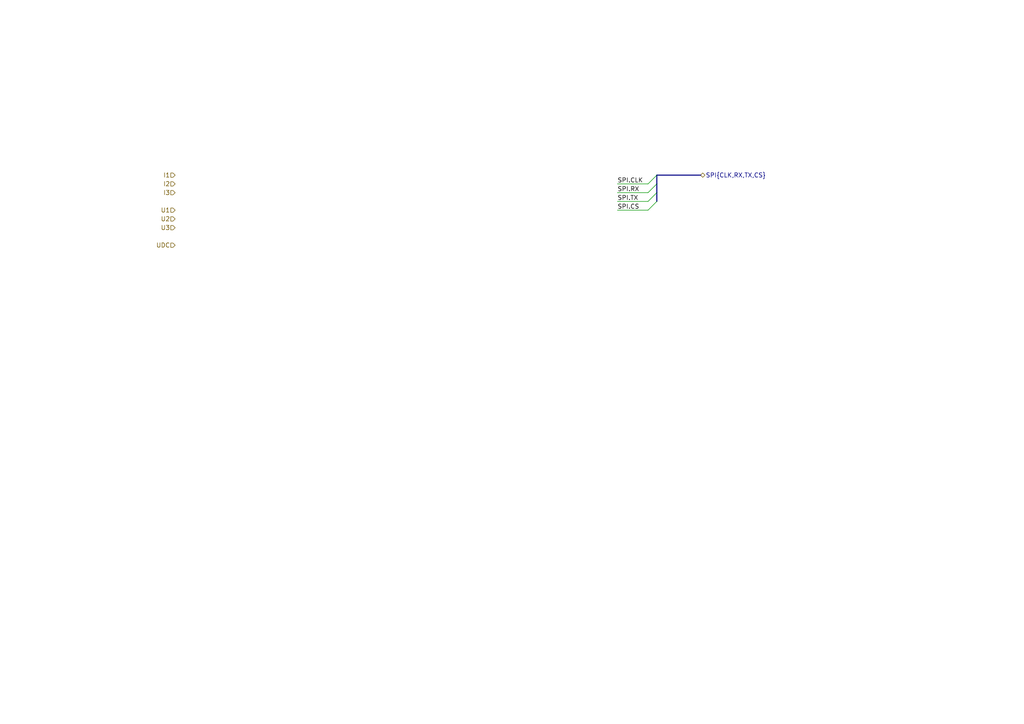
<source format=kicad_sch>
(kicad_sch
	(version 20250114)
	(generator "eeschema")
	(generator_version "9.0")
	(uuid "db80bc9a-8227-48a4-8b96-e0b0fbd1690f")
	(paper "A4")
	(title_block
		(title "${TITLE} - ${SUBTITLE}")
		(rev "${REV}")
		(company "github.com/${AUTHOR}")
	)
	(lib_symbols)
	(bus_entry
		(at 187.96 60.96)
		(size 2.54 -2.54)
		(stroke
			(width 0)
			(type default)
		)
		(uuid "130dfdcc-2673-436b-b71a-465b07ec3259")
	)
	(bus_entry
		(at 187.96 55.88)
		(size 2.54 -2.54)
		(stroke
			(width 0)
			(type default)
		)
		(uuid "3d4ab5bf-7ae8-491d-80d6-5c5296b5ea3a")
	)
	(bus_entry
		(at 187.96 53.34)
		(size 2.54 -2.54)
		(stroke
			(width 0)
			(type default)
		)
		(uuid "6c435196-f345-4ca1-9440-93e9122cd4a7")
	)
	(bus_entry
		(at 187.96 58.42)
		(size 2.54 -2.54)
		(stroke
			(width 0)
			(type default)
		)
		(uuid "f3ee1311-4bf2-4d54-990b-3ef2beee70e8")
	)
	(bus
		(pts
			(xy 190.5 55.88) (xy 190.5 53.34)
		)
		(stroke
			(width 0)
			(type default)
		)
		(uuid "11e9e2b6-caf2-498d-a8c9-7d8fa69450eb")
	)
	(wire
		(pts
			(xy 179.07 53.34) (xy 187.96 53.34)
		)
		(stroke
			(width 0)
			(type default)
		)
		(uuid "2c07c480-3e0d-4ed7-a608-87993be131f4")
	)
	(wire
		(pts
			(xy 179.07 55.88) (xy 187.96 55.88)
		)
		(stroke
			(width 0)
			(type default)
		)
		(uuid "69d5f168-584b-4c80-bbe0-211fc40fdbf1")
	)
	(bus
		(pts
			(xy 190.5 58.42) (xy 190.5 55.88)
		)
		(stroke
			(width 0)
			(type default)
		)
		(uuid "6a0ed479-650d-40ea-a944-9c2b0d5cf439")
	)
	(bus
		(pts
			(xy 190.5 53.34) (xy 190.5 50.8)
		)
		(stroke
			(width 0)
			(type default)
		)
		(uuid "6e5d3916-03d1-437d-8da5-5148dd7ffdea")
	)
	(wire
		(pts
			(xy 179.07 60.96) (xy 187.96 60.96)
		)
		(stroke
			(width 0)
			(type default)
		)
		(uuid "9072be8b-98fe-452a-b856-bf639ff3cdda")
	)
	(bus
		(pts
			(xy 190.5 50.8) (xy 203.2 50.8)
		)
		(stroke
			(width 0)
			(type default)
		)
		(uuid "944d3ece-eeeb-4652-b3ec-281fb6948dd4")
	)
	(wire
		(pts
			(xy 179.07 58.42) (xy 187.96 58.42)
		)
		(stroke
			(width 0)
			(type default)
		)
		(uuid "b03b050b-bc37-4080-a51f-c77b61655af6")
	)
	(label "SPI.TX"
		(at 179.07 58.42 0)
		(effects
			(font
				(size 1.27 1.27)
			)
			(justify left bottom)
		)
		(uuid "1bfc142f-98da-4898-beac-8b0a4da65a9a")
	)
	(label "SPI.CS"
		(at 179.07 60.96 0)
		(effects
			(font
				(size 1.27 1.27)
			)
			(justify left bottom)
		)
		(uuid "8f46ee9f-d985-460c-b25f-8072eeb18ffc")
	)
	(label "SPI.CLK"
		(at 179.07 53.34 0)
		(effects
			(font
				(size 1.27 1.27)
			)
			(justify left bottom)
		)
		(uuid "c20ed339-b612-4501-83ab-1cda1571132d")
	)
	(label "SPI.RX"
		(at 179.07 55.88 0)
		(effects
			(font
				(size 1.27 1.27)
			)
			(justify left bottom)
		)
		(uuid "ed4cf8d1-1511-451f-adb4-1d17083c49b5")
	)
	(hierarchical_label "U2"
		(shape input)
		(at 50.8 63.5 180)
		(effects
			(font
				(size 1.27 1.27)
			)
			(justify right)
		)
		(uuid "0da88143-8fef-4923-84a9-0bd661a0e55c")
	)
	(hierarchical_label "I2"
		(shape input)
		(at 50.8 53.34 180)
		(effects
			(font
				(size 1.27 1.27)
			)
			(justify right)
		)
		(uuid "3a43fc21-2f00-4239-8a2e-7f118f9a3a00")
	)
	(hierarchical_label "I3"
		(shape input)
		(at 50.8 55.88 180)
		(effects
			(font
				(size 1.27 1.27)
			)
			(justify right)
		)
		(uuid "6e6faabc-7e02-430a-afe7-f8e1de5cec62")
	)
	(hierarchical_label "U3"
		(shape input)
		(at 50.8 66.04 180)
		(effects
			(font
				(size 1.27 1.27)
			)
			(justify right)
		)
		(uuid "7f1950eb-364c-4060-b0ce-a7e24c405324")
	)
	(hierarchical_label "UDC"
		(shape input)
		(at 50.8 71.12 180)
		(effects
			(font
				(size 1.27 1.27)
			)
			(justify right)
		)
		(uuid "85f3fad5-3e72-42d8-ab20-425ba66adcc9")
	)
	(hierarchical_label "U1"
		(shape input)
		(at 50.8 60.96 180)
		(effects
			(font
				(size 1.27 1.27)
			)
			(justify right)
		)
		(uuid "a42a0615-a9de-4408-a470-b2191a68d56b")
	)
	(hierarchical_label "I1"
		(shape input)
		(at 50.8 50.8 180)
		(effects
			(font
				(size 1.27 1.27)
			)
			(justify right)
		)
		(uuid "c4759efe-d561-425f-ba8b-ec4e85002ab0")
	)
	(hierarchical_label "SPI{CLK,RX,TX,CS}"
		(shape bidirectional)
		(at 203.2 50.8 0)
		(effects
			(font
				(size 1.27 1.27)
			)
			(justify left)
		)
		(uuid "e974c3d5-a637-4c81-9927-1dffa0fd7a86")
	)
)

</source>
